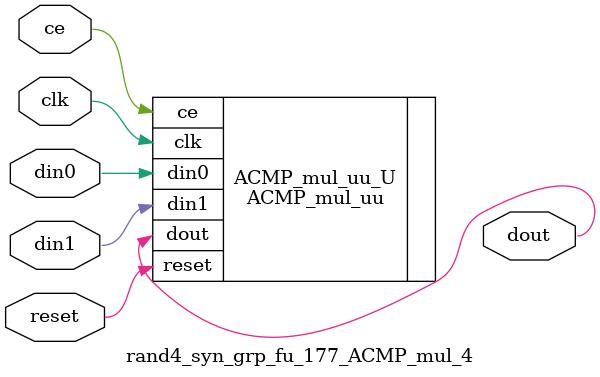
<source format=v>

`timescale 1 ns / 1 ps
module rand4_syn_grp_fu_177_ACMP_mul_4(
    clk,
    reset,
    ce,
    din0,
    din1,
    dout);

parameter ID = 32'd1;
parameter NUM_STAGE = 32'd1;
parameter din0_WIDTH = 32'd1;
parameter din1_WIDTH = 32'd1;
parameter dout_WIDTH = 32'd1;
input clk;
input reset;
input ce;
input[din0_WIDTH - 1:0] din0;
input[din1_WIDTH - 1:0] din1;
output[dout_WIDTH - 1:0] dout;



ACMP_mul_uu #(
.ID( ID ),
.NUM_STAGE( 2 ),
.din0_WIDTH( din0_WIDTH ),
.din1_WIDTH( din1_WIDTH ),
.dout_WIDTH( dout_WIDTH ))
ACMP_mul_uu_U(
    .clk( clk ),
    .reset( reset ),
    .ce( ce ),
    .din0( din0 ),
    .din1( din1 ),
    .dout( dout ));

endmodule

</source>
